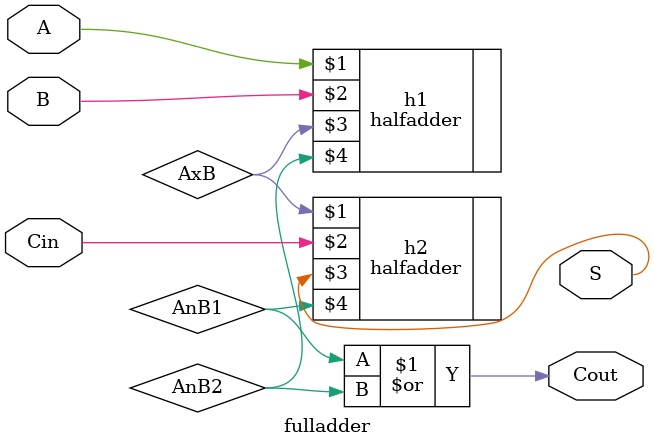
<source format=v>
module fulladder (
    input  A,
    input  B,
    input  Cin,
    output S,
    output Cout
);
  wire AxB, AnB1, AnB2;


  halfadder h1 (A,B,AxB,AnB2);

  halfadder h2 (AxB,Cin,S,AnB1);

  or o1 (Cout,AnB1,AnB2);
endmodule

</source>
